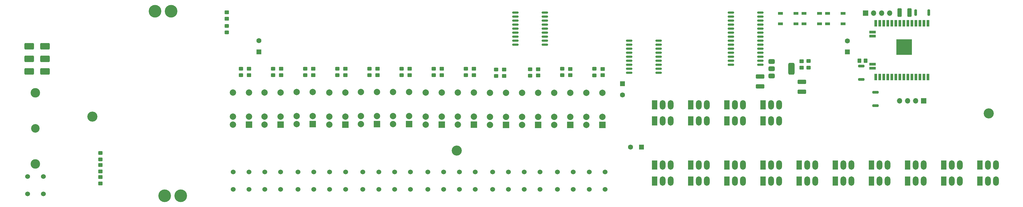
<source format=gts>
%TF.GenerationSoftware,KiCad,Pcbnew,8.0.9*%
%TF.CreationDate,2025-02-25T23:01:13+01:00*%
%TF.ProjectId,Heizkreiscontroller,4865697a-6b72-4656-9973-636f6e74726f,rev?*%
%TF.SameCoordinates,Original*%
%TF.FileFunction,Soldermask,Top*%
%TF.FilePolarity,Negative*%
%FSLAX46Y46*%
G04 Gerber Fmt 4.6, Leading zero omitted, Abs format (unit mm)*
G04 Created by KiCad (PCBNEW 8.0.9) date 2025-02-25 23:01:13*
%MOMM*%
%LPD*%
G01*
G04 APERTURE LIST*
G04 Aperture macros list*
%AMRoundRect*
0 Rectangle with rounded corners*
0 $1 Rounding radius*
0 $2 $3 $4 $5 $6 $7 $8 $9 X,Y pos of 4 corners*
0 Add a 4 corners polygon primitive as box body*
4,1,4,$2,$3,$4,$5,$6,$7,$8,$9,$2,$3,0*
0 Add four circle primitives for the rounded corners*
1,1,$1+$1,$2,$3*
1,1,$1+$1,$4,$5*
1,1,$1+$1,$6,$7*
1,1,$1+$1,$8,$9*
0 Add four rect primitives between the rounded corners*
20,1,$1+$1,$2,$3,$4,$5,0*
20,1,$1+$1,$4,$5,$6,$7,0*
20,1,$1+$1,$6,$7,$8,$9,0*
20,1,$1+$1,$8,$9,$2,$3,0*%
G04 Aperture macros list end*
%ADD10R,1.800000X3.000000*%
%ADD11O,1.800000X3.000000*%
%ADD12RoundRect,0.375000X-0.625000X-0.375000X0.625000X-0.375000X0.625000X0.375000X-0.625000X0.375000X0*%
%ADD13RoundRect,0.500000X-0.500000X-1.400000X0.500000X-1.400000X0.500000X1.400000X-0.500000X1.400000X0*%
%ADD14R,1.600000X1.600000*%
%ADD15C,1.600000*%
%ADD16RoundRect,0.250000X1.100000X-0.412500X1.100000X0.412500X-1.100000X0.412500X-1.100000X-0.412500X0*%
%ADD17C,1.524000*%
%ADD18RoundRect,0.250000X-0.450000X0.350000X-0.450000X-0.350000X0.450000X-0.350000X0.450000X0.350000X0*%
%ADD19R,2.000000X2.000000*%
%ADD20C,2.000000*%
%ADD21RoundRect,0.250000X0.450000X-0.325000X0.450000X0.325000X-0.450000X0.325000X-0.450000X-0.325000X0*%
%ADD22RoundRect,0.250000X0.350000X0.450000X-0.350000X0.450000X-0.350000X-0.450000X0.350000X-0.450000X0*%
%ADD23RoundRect,0.150000X0.875000X0.150000X-0.875000X0.150000X-0.875000X-0.150000X0.875000X-0.150000X0*%
%ADD24C,3.200000*%
%ADD25C,4.000000*%
%ADD26R,1.700000X1.700000*%
%ADD27O,1.700000X1.700000*%
%ADD28RoundRect,0.150000X-0.875000X-0.150000X0.875000X-0.150000X0.875000X0.150000X-0.875000X0.150000X0*%
%ADD29RoundRect,0.200000X-0.800000X0.200000X-0.800000X-0.200000X0.800000X-0.200000X0.800000X0.200000X0*%
%ADD30RoundRect,0.200000X0.200000X0.800000X-0.200000X0.800000X-0.200000X-0.800000X0.200000X-0.800000X0*%
%ADD31RoundRect,0.090000X-0.660000X-0.360000X0.660000X-0.360000X0.660000X0.360000X-0.660000X0.360000X0*%
%ADD32R,0.900000X2.000000*%
%ADD33R,2.000000X0.900000*%
%ADD34R,5.000000X5.000000*%
%ADD35RoundRect,0.250000X-0.450000X0.325000X-0.450000X-0.325000X0.450000X-0.325000X0.450000X0.325000X0*%
%ADD36C,2.700000*%
%ADD37C,3.000000*%
%ADD38RoundRect,0.250000X0.450000X-0.350000X0.450000X0.350000X-0.450000X0.350000X-0.450000X-0.350000X0*%
%ADD39RoundRect,0.250000X-1.250000X0.750000X-1.250000X-0.750000X1.250000X-0.750000X1.250000X0.750000X0*%
%ADD40RoundRect,0.250000X-0.412500X-1.100000X0.412500X-1.100000X0.412500X1.100000X-0.412500X1.100000X0*%
G04 APERTURE END LIST*
D10*
%TO.C,J17*%
X236220000Y-67310000D03*
X236220000Y-72390000D03*
D11*
X238760000Y-67310000D03*
X238760000Y-72390000D03*
X241300000Y-67310000D03*
X241300000Y-72390000D03*
%TD*%
D12*
%TO.C,U3*%
X261772000Y-53566700D03*
X261772000Y-55866700D03*
D13*
X268072000Y-55866700D03*
D12*
X261772000Y-58166700D03*
%TD*%
D10*
%TO.C,J14*%
X281940000Y-86360000D03*
X281940000Y-91440000D03*
D11*
X284480000Y-86360000D03*
X284480000Y-91440000D03*
X287020000Y-86360000D03*
X287020000Y-91440000D03*
%TD*%
D14*
%TO.C,C12*%
X285750000Y-50547651D03*
D15*
X285750000Y-47047651D03*
%TD*%
D16*
%TO.C,C3*%
X271399000Y-63144400D03*
X271399000Y-60019400D03*
%TD*%
D17*
%TO.C,J3*%
X132560000Y-88540000D03*
X132560000Y-94040000D03*
X137560000Y-88540000D03*
X137560000Y-94040000D03*
X142560000Y-88540000D03*
X142560000Y-94040000D03*
X147560000Y-88540000D03*
X147560000Y-94040000D03*
%TD*%
D18*
%TO.C,R8*%
X137160000Y-55880000D03*
X137160000Y-57880000D03*
%TD*%
%TO.C,R9*%
X127000000Y-55880000D03*
X127000000Y-57880000D03*
%TD*%
D16*
%TO.C,C8*%
X258165600Y-61468000D03*
X258165600Y-58343000D03*
%TD*%
D17*
%TO.C,J4*%
X153060000Y-88540000D03*
X153060000Y-94040000D03*
X158060000Y-88540000D03*
X158060000Y-94040000D03*
X163060000Y-88540000D03*
X163060000Y-94040000D03*
X168060000Y-88540000D03*
X168060000Y-94040000D03*
%TD*%
D18*
%TO.C,R18*%
X49530000Y-86360000D03*
X49530000Y-88360000D03*
%TD*%
D19*
%TO.C,K5*%
X187960000Y-73660000D03*
D20*
X187960000Y-71120000D03*
X187960000Y-63500000D03*
X182880000Y-63500000D03*
X182880000Y-71120000D03*
X182880000Y-73660000D03*
%TD*%
D21*
%TO.C,D16*%
X205740000Y-57955400D03*
X205740000Y-55905400D03*
%TD*%
D18*
%TO.C,R19*%
X49530000Y-90170000D03*
X49530000Y-92170000D03*
%TD*%
D10*
%TO.C,J10*%
X304800000Y-86360000D03*
X304800000Y-91440000D03*
D11*
X307340000Y-86360000D03*
X307340000Y-91440000D03*
X309880000Y-86360000D03*
X309880000Y-91440000D03*
%TD*%
D18*
%TO.C,R6*%
X157480000Y-55880000D03*
X157480000Y-57880000D03*
%TD*%
D19*
%TO.C,K12*%
X208280000Y-73660000D03*
D20*
X208280000Y-71120000D03*
X208280000Y-63500000D03*
X203200000Y-63500000D03*
X203200000Y-71120000D03*
X203200000Y-73660000D03*
%TD*%
D18*
%TO.C,R17*%
X271246600Y-53499000D03*
X271246600Y-55499000D03*
%TD*%
%TO.C,R7*%
X147320000Y-55880000D03*
X147320000Y-57880000D03*
%TD*%
D19*
%TO.C,K2*%
X137027500Y-73415000D03*
D20*
X137027500Y-70875000D03*
X137027500Y-63255000D03*
X131947500Y-63255000D03*
X131947500Y-70875000D03*
X131947500Y-73415000D03*
%TD*%
D22*
%TO.C,R23*%
X291560000Y-53340000D03*
X289560000Y-53340000D03*
%TD*%
D18*
%TO.C,R5*%
X167640000Y-55880000D03*
X167640000Y-57880000D03*
%TD*%
%TO.C,R21*%
X208407000Y-55930800D03*
X208407000Y-57930800D03*
%TD*%
D21*
%TO.C,D2*%
X165100000Y-57930000D03*
X165100000Y-55880000D03*
%TD*%
D17*
%TO.C,J21*%
X194106800Y-88556200D03*
X194106800Y-94056200D03*
X199106800Y-88556200D03*
X199106800Y-94056200D03*
X204106800Y-88556200D03*
X204106800Y-94056200D03*
X209106800Y-88556200D03*
X209106800Y-94056200D03*
%TD*%
D10*
%TO.C,J9*%
X236220000Y-86360000D03*
X236220000Y-91440000D03*
D11*
X238760000Y-86360000D03*
X238760000Y-91440000D03*
X241300000Y-86360000D03*
X241300000Y-91440000D03*
%TD*%
D23*
%TO.C,U10*%
X226060000Y-57150000D03*
X226060000Y-55880000D03*
X226060000Y-54610000D03*
X226060000Y-53340000D03*
X226060000Y-52070000D03*
X226060000Y-50800000D03*
X226060000Y-49530000D03*
X226060000Y-48260000D03*
X226060000Y-46990000D03*
X216760000Y-46990000D03*
X216760000Y-48260000D03*
X216760000Y-49530000D03*
X216760000Y-50800000D03*
X216760000Y-52070000D03*
X216760000Y-53340000D03*
X216760000Y-54610000D03*
X216760000Y-55880000D03*
X216760000Y-57150000D03*
%TD*%
%TO.C,U9*%
X190070000Y-48260000D03*
X190070000Y-46990000D03*
X190070000Y-45720000D03*
X190070000Y-44450000D03*
X190070000Y-43180000D03*
X190070000Y-41910000D03*
X190070000Y-40640000D03*
X190070000Y-39370000D03*
X190070000Y-38100000D03*
X180770000Y-38100000D03*
X180770000Y-39370000D03*
X180770000Y-40640000D03*
X180770000Y-41910000D03*
X180770000Y-43180000D03*
X180770000Y-44450000D03*
X180770000Y-45720000D03*
X180770000Y-46990000D03*
X180770000Y-48260000D03*
%TD*%
D10*
%TO.C,J20*%
X259080000Y-67310000D03*
X259080000Y-72390000D03*
D11*
X261620000Y-67310000D03*
X261620000Y-72390000D03*
X264160000Y-67310000D03*
X264160000Y-72390000D03*
%TD*%
D24*
%TO.C,H1*%
X162250000Y-81750000D03*
%TD*%
D10*
%TO.C,J19*%
X247650000Y-67310000D03*
X247650000Y-72390000D03*
D11*
X250190000Y-67310000D03*
X250190000Y-72390000D03*
X252730000Y-67310000D03*
X252730000Y-72390000D03*
%TD*%
D25*
%TO.C,U2*%
X69884000Y-96075000D03*
X74964000Y-96075000D03*
X66859000Y-37667100D03*
X71939000Y-37667100D03*
%TD*%
D14*
%TO.C,C11*%
X220670000Y-80645000D03*
D15*
X217170000Y-80645000D03*
%TD*%
D21*
%TO.C,D4*%
X144780000Y-57930000D03*
X144780000Y-55880000D03*
%TD*%
D18*
%TO.C,R12*%
X96520000Y-55880000D03*
X96520000Y-57880000D03*
%TD*%
D17*
%TO.C,J1*%
X91560000Y-88540000D03*
X91560000Y-94040000D03*
X96560000Y-88540000D03*
X96560000Y-94040000D03*
X101560000Y-88540000D03*
X101560000Y-94040000D03*
X106560000Y-88540000D03*
X106560000Y-94040000D03*
%TD*%
D14*
%TO.C,C10*%
X99695000Y-50490000D03*
D15*
X99695000Y-46990000D03*
%TD*%
D21*
%TO.C,D6*%
X124460000Y-57930000D03*
X124460000Y-55880000D03*
%TD*%
D24*
%TO.C,H2*%
X330500000Y-70000000D03*
%TD*%
D21*
%TO.C,D9*%
X93980000Y-57930000D03*
X93980000Y-55880000D03*
%TD*%
D18*
%TO.C,R14*%
X187960000Y-56002500D03*
X187960000Y-58002500D03*
%TD*%
D10*
%TO.C,J7*%
X224790000Y-86360000D03*
X224790000Y-91440000D03*
D11*
X227330000Y-86360000D03*
X227330000Y-91440000D03*
X229870000Y-86360000D03*
X229870000Y-91440000D03*
%TD*%
D17*
%TO.C,J2*%
X112060000Y-88540000D03*
X112060000Y-94040000D03*
X117060000Y-88540000D03*
X117060000Y-94040000D03*
X122060000Y-88540000D03*
X122060000Y-94040000D03*
X127060000Y-88540000D03*
X127060000Y-94040000D03*
%TD*%
D21*
%TO.C,D8*%
X104140000Y-57930000D03*
X104140000Y-55880000D03*
%TD*%
D26*
%TO.C,J22*%
X309880000Y-66040000D03*
D27*
X307340000Y-66040000D03*
X304800000Y-66040000D03*
X302260000Y-66040000D03*
%TD*%
D28*
%TO.C,U8*%
X248920000Y-38100000D03*
X248920000Y-39370000D03*
X248920000Y-40640000D03*
X248920000Y-41910000D03*
X248920000Y-43180000D03*
X248920000Y-44450000D03*
X248920000Y-45720000D03*
X248920000Y-46990000D03*
X248920000Y-48260000D03*
X248920000Y-49530000D03*
X248920000Y-50800000D03*
X248920000Y-52070000D03*
X248920000Y-53340000D03*
X248920000Y-54610000D03*
X258220000Y-54610000D03*
X258220000Y-53340000D03*
X258220000Y-52070000D03*
X258220000Y-50800000D03*
X258220000Y-49530000D03*
X258220000Y-48260000D03*
X258220000Y-46990000D03*
X258220000Y-45720000D03*
X258220000Y-44450000D03*
X258220000Y-43180000D03*
X258220000Y-41910000D03*
X258220000Y-40640000D03*
X258220000Y-39370000D03*
X258220000Y-38100000D03*
%TD*%
D10*
%TO.C,J8*%
X247650000Y-86360000D03*
X247650000Y-91440000D03*
D11*
X250190000Y-86360000D03*
X250190000Y-91440000D03*
X252730000Y-86360000D03*
X252730000Y-91440000D03*
%TD*%
D18*
%TO.C,R13*%
X177200000Y-56125000D03*
X177200000Y-58125000D03*
%TD*%
D19*
%TO.C,K9*%
X106547500Y-73537500D03*
D20*
X106547500Y-70997500D03*
X106547500Y-63377500D03*
X101467500Y-63377500D03*
X101467500Y-70997500D03*
X101467500Y-73537500D03*
%TD*%
D19*
%TO.C,K6*%
X167640000Y-73537500D03*
D20*
X167640000Y-70997500D03*
X167640000Y-63377500D03*
X162560000Y-63377500D03*
X162560000Y-70997500D03*
X162560000Y-73537500D03*
%TD*%
D29*
%TO.C,SW4*%
X290195000Y-55050000D03*
X290195000Y-59250000D03*
%TD*%
D30*
%TO.C,SW2*%
X311540000Y-38100000D03*
X307340000Y-38100000D03*
%TD*%
D18*
%TO.C,R11*%
X106680000Y-55880000D03*
X106680000Y-57880000D03*
%TD*%
D10*
%TO.C,J16*%
X327660000Y-86360000D03*
X327660000Y-91440000D03*
D11*
X330200000Y-86360000D03*
X330200000Y-91440000D03*
X332740000Y-86360000D03*
X332740000Y-91440000D03*
%TD*%
D21*
%TO.C,D15*%
X195580000Y-57930000D03*
X195580000Y-55880000D03*
%TD*%
D10*
%TO.C,J15*%
X293370000Y-86360000D03*
X293370000Y-91440000D03*
D11*
X295910000Y-86360000D03*
X295910000Y-91440000D03*
X298450000Y-86360000D03*
X298450000Y-91440000D03*
%TD*%
D21*
%TO.C,D10*%
X174660000Y-58175000D03*
X174660000Y-56125000D03*
%TD*%
D19*
%TO.C,K10*%
X177800000Y-73660000D03*
D20*
X177800000Y-71120000D03*
X177800000Y-63500000D03*
X172720000Y-63500000D03*
X172720000Y-71120000D03*
X172720000Y-73660000D03*
%TD*%
D24*
%TO.C,H3*%
X47000000Y-71000000D03*
%TD*%
D19*
%TO.C,K11*%
X198120000Y-73660000D03*
D20*
X198120000Y-71120000D03*
X198120000Y-63500000D03*
X193040000Y-63500000D03*
X193040000Y-71120000D03*
X193040000Y-73660000D03*
%TD*%
D10*
%TO.C,J12*%
X270510000Y-86360000D03*
X270510000Y-91440000D03*
D11*
X273050000Y-86360000D03*
X273050000Y-91440000D03*
X275590000Y-86360000D03*
X275590000Y-91440000D03*
%TD*%
D31*
%TO.C,D1*%
X279490000Y-38355000D03*
X279490000Y-41655000D03*
X284390000Y-41655000D03*
X284390000Y-38355000D03*
%TD*%
D32*
%TO.C,U1*%
X311250000Y-41500000D03*
X309980000Y-41500000D03*
X308710000Y-41500000D03*
X307440000Y-41500000D03*
X306170000Y-41500000D03*
X304900000Y-41500000D03*
X303630000Y-41500000D03*
X302360000Y-41500000D03*
X301090000Y-41500000D03*
X299820000Y-41500000D03*
X298550000Y-41500000D03*
X297280000Y-41500000D03*
X296010000Y-41500000D03*
X294740000Y-41500000D03*
D33*
X293740000Y-44285000D03*
X293740000Y-45555000D03*
X293740000Y-54445000D03*
X293740000Y-55715000D03*
D32*
X294740000Y-58500000D03*
X296010000Y-58500000D03*
X297280000Y-58500000D03*
X298550000Y-58500000D03*
X299820000Y-58500000D03*
X301090000Y-58500000D03*
X302360000Y-58500000D03*
X303630000Y-58500000D03*
X304900000Y-58500000D03*
X306170000Y-58500000D03*
X307440000Y-58500000D03*
X308710000Y-58500000D03*
X309980000Y-58500000D03*
X311250000Y-58500000D03*
D34*
X303750000Y-49000000D03*
%TD*%
D21*
%TO.C,D7*%
X114300000Y-57930000D03*
X114300000Y-55880000D03*
%TD*%
%TO.C,D5*%
X134620000Y-57930000D03*
X134620000Y-55880000D03*
%TD*%
D10*
%TO.C,J13*%
X316230000Y-86360000D03*
X316230000Y-91440000D03*
D11*
X318770000Y-86360000D03*
X318770000Y-91440000D03*
X321310000Y-86360000D03*
X321310000Y-91440000D03*
%TD*%
D17*
%TO.C,J6*%
X26500000Y-90000000D03*
X26500000Y-95500000D03*
X31500000Y-90000000D03*
X31500000Y-95500000D03*
%TD*%
D10*
%TO.C,J18*%
X224790000Y-67310000D03*
X224790000Y-72390000D03*
D11*
X227330000Y-67310000D03*
X227330000Y-72390000D03*
X229870000Y-67310000D03*
X229870000Y-72390000D03*
%TD*%
D26*
%TO.C,J23*%
X291541200Y-38252400D03*
D27*
X294081200Y-38252400D03*
X296621200Y-38252400D03*
X299161200Y-38252400D03*
%TD*%
D18*
%TO.C,R10*%
X116840000Y-55880000D03*
X116840000Y-57880000D03*
%TD*%
D14*
%TO.C,C9*%
X214630000Y-60635000D03*
D15*
X214630000Y-64135000D03*
%TD*%
D19*
%TO.C,K1*%
X157480000Y-73537500D03*
D20*
X157480000Y-70997500D03*
X157480000Y-63377500D03*
X152400000Y-63377500D03*
X152400000Y-70997500D03*
X152400000Y-73537500D03*
%TD*%
D19*
%TO.C,K3*%
X116707500Y-73415000D03*
D20*
X116707500Y-70875000D03*
X116707500Y-63255000D03*
X111627500Y-63255000D03*
X111627500Y-70875000D03*
X111627500Y-73415000D03*
%TD*%
D10*
%TO.C,J11*%
X259080000Y-86360000D03*
X259080000Y-91440000D03*
D11*
X261620000Y-86360000D03*
X261620000Y-91440000D03*
X264160000Y-86360000D03*
X264160000Y-91440000D03*
%TD*%
D21*
%TO.C,D3*%
X154940000Y-57930000D03*
X154940000Y-55880000D03*
%TD*%
D19*
%TO.C,K8*%
X127000000Y-73537500D03*
D20*
X127000000Y-70997500D03*
X127000000Y-63377500D03*
X121920000Y-63377500D03*
X121920000Y-70997500D03*
X121920000Y-73537500D03*
%TD*%
D17*
%TO.C,J5*%
X173560000Y-88540000D03*
X173560000Y-94040000D03*
X178560000Y-88540000D03*
X178560000Y-94040000D03*
X183560000Y-88540000D03*
X183560000Y-94040000D03*
X188560000Y-88540000D03*
X188560000Y-94040000D03*
%TD*%
D31*
%TO.C,D17*%
X272059400Y-38355000D03*
X272059400Y-41655000D03*
X276959400Y-41655000D03*
X276959400Y-38355000D03*
%TD*%
%TO.C,D18*%
X264594000Y-38356000D03*
X264594000Y-41656000D03*
X269494000Y-41656000D03*
X269494000Y-38356000D03*
%TD*%
D29*
%TO.C,SW3*%
X294640000Y-63305000D03*
X294640000Y-67505000D03*
%TD*%
D35*
%TO.C,D14*%
X49530000Y-82500000D03*
X49530000Y-84550000D03*
%TD*%
D21*
%TO.C,D13*%
X273507200Y-55482600D03*
X273507200Y-53432600D03*
%TD*%
%TO.C,D11*%
X185420000Y-58052500D03*
X185420000Y-56002500D03*
%TD*%
D18*
%TO.C,R20*%
X198120000Y-55930800D03*
X198120000Y-57930800D03*
%TD*%
D36*
%TO.C,F1*%
X29000000Y-74750000D03*
D37*
X29000000Y-63500000D03*
X29000000Y-86000000D03*
%TD*%
D19*
%TO.C,K4*%
X96520000Y-73537500D03*
D20*
X96520000Y-70997500D03*
X96520000Y-63377500D03*
X91440000Y-63377500D03*
X91440000Y-70997500D03*
X91440000Y-73537500D03*
%TD*%
D21*
%TO.C,D12*%
X89535000Y-44355000D03*
X89535000Y-42305000D03*
%TD*%
D38*
%TO.C,R16*%
X89535000Y-40005000D03*
X89535000Y-38005000D03*
%TD*%
D39*
%TO.C,SW1*%
X32000000Y-48750000D03*
X32000000Y-52750000D03*
X32000000Y-56750000D03*
X27000000Y-48750000D03*
X27000000Y-52750000D03*
X27000000Y-56750000D03*
%TD*%
D19*
%TO.C,K7*%
X147187500Y-73415000D03*
D20*
X147187500Y-70875000D03*
X147187500Y-63255000D03*
X142107500Y-63255000D03*
X142107500Y-70875000D03*
X142107500Y-73415000D03*
%TD*%
D40*
%TO.C,C4*%
X302260000Y-38100000D03*
X305385000Y-38100000D03*
%TD*%
M02*

</source>
